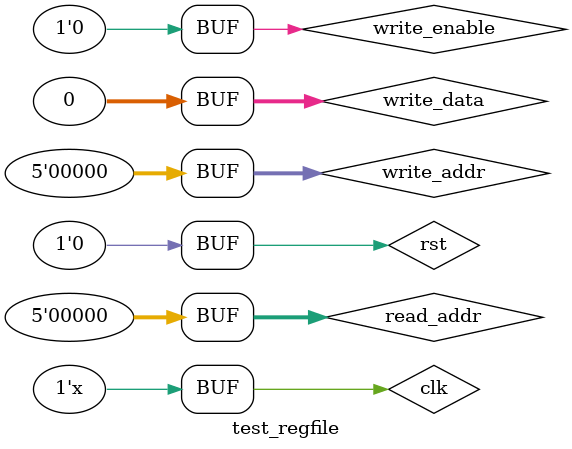
<source format=v>
`timescale 1ns / 1ps


module test_regfile;

	// Inputs
	reg [31:0] write_data;
	reg [4:0] read_addr;
	reg [4:0] write_addr;
	reg write_enable;
	reg clk;
	reg rst;

	// Outputs
	wire [31:0] read_data;

	// Instantiate the Unit Under Test (UUT)
	regfile uut (
		.read_data(read_data), 
		.write_data(write_data), 
		.read_addr(read_addr), 
		.write_addr(write_addr), 
		.write_enable(write_enable), 
		.clk(clk),
		.rst(rst)
	);

	initial begin
		// Initialize Inputs
		write_data = 0;
		read_addr = 0;
		write_addr = 0;
		write_enable = 0;
		clk = 0;
		rst = 1;

		// Wait 100 ns for global reset to finish
		#100;
        rst <= 0;
		// Add stimulus here
	end
	always begin
		#10	clk <= ~clk;
	end
      
endmodule


</source>
